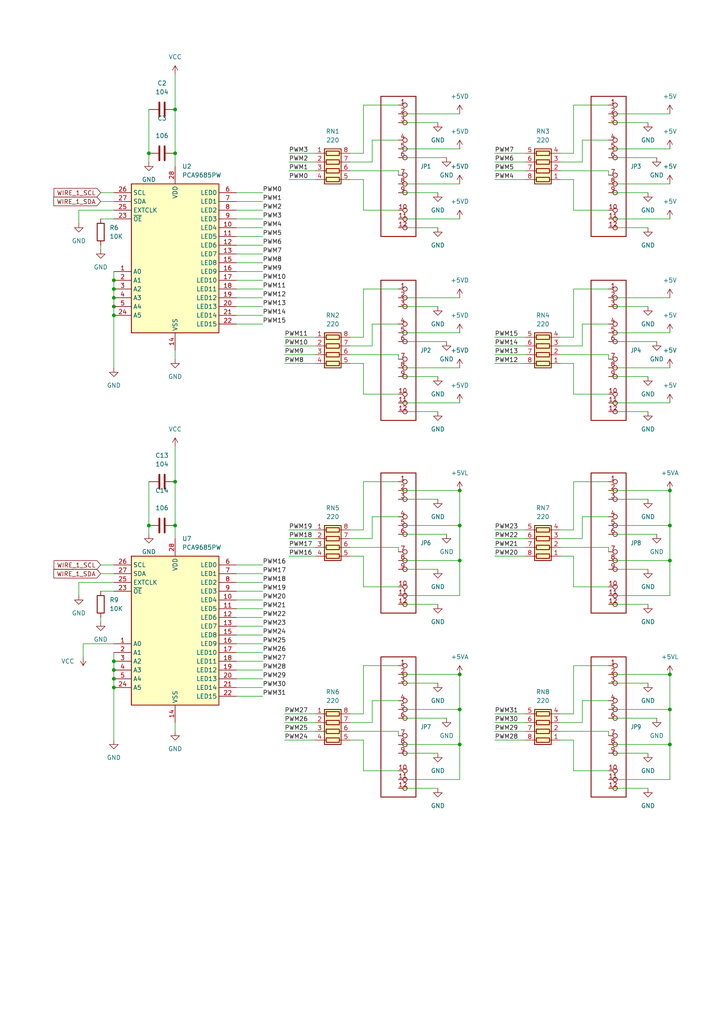
<source format=kicad_sch>
(kicad_sch (version 20211123) (generator eeschema)
  (paper "A4" portrait)
  (lib_symbols
    (symbol "Adafruit:HEADER-3X04"
      (property "Reference" "JP" (at -5.08 22.86 0))
      (property "Value" "HEADER-3X04" (at -5.08 -22.86 0))
      (symbol "HEADER-3X04_1_0"
        (polyline (pts (xy -5.08 -20.32) (xy -5.08 20.32)) (stroke (width 0.254)))
        (polyline (pts (xy -5.08 20.32) (xy 5.08 20.32)) (stroke (width 0.254)))
        (polyline (pts (xy 5.08 -20.32) (xy -5.08 -20.32)) (stroke (width 0.254)))
        (polyline (pts (xy 5.08 20.32) (xy 5.08 -20.32)) (stroke (width 0.254)))
        (pin passive inverted (at 0 17.78 0) (length 2.54) (name "1") (number "1"))
        (pin passive inverted (at 0 -12.7 0) (length 2.54) (name "10") (number "10"))
        (pin passive inverted (at 0 -15.24 0) (length 2.54) (name "11") (number "11"))
        (pin passive inverted (at 0 -17.78 0) (length 2.54) (name "12") (number "12"))
        (pin passive inverted (at 0 15.24 0) (length 2.54) (name "2") (number "2"))
        (pin passive inverted (at 0 12.7 0) (length 2.54) (name "3") (number "3"))
        (pin passive inverted (at 0 7.62 0) (length 2.54) (name "4") (number "4"))
        (pin passive inverted (at 0 5.08 0) (length 2.54) (name "5") (number "5"))
        (pin passive inverted (at 0 2.54 0) (length 2.54) (name "6") (number "6"))
        (pin passive inverted (at 0 -2.54 0) (length 2.54) (name "7") (number "7"))
        (pin passive inverted (at 0 -5.08 0) (length 2.54) (name "8") (number "8"))
        (pin passive inverted (at 0 -7.62 0) (length 2.54) (name "9") (number "9"))
      )
    )
    (symbol "Device:C" (pin_numbers hide) (pin_names (offset 0.254))
      (property "Reference" "C" (at 0.635 2.54 0))
      (property "Value" "C" (at 0.635 -2.54 0))
      (symbol "C_0_1"
        (polyline (pts (xy -2.032 -0.762) (xy 2.032 -0.762)) (stroke (width 0.508)))
        (polyline (pts (xy -2.032 0.762) (xy 2.032 0.762)) (stroke (width 0.508)))
      )
      (symbol "C_1_1"
        (pin passive line (at 0 3.81 270) (length 2.794) (name "~") (number "1"))
        (pin passive line (at 0 -3.81 90) (length 2.794) (name "~") (number "2"))
      )
    )
    (symbol "Device:R" (pin_numbers hide) (pin_names (offset 0))
      (property "Reference" "R" (at 2.032 0 90))
      (property "Value" "R" (at 0 0 90))
      (symbol "R_0_1"
        (rectangle (start -1.016 -2.54) (end 1.016 2.54) (stroke (width 0.254)))
      )
      (symbol "R_1_1"
        (pin passive line (at 0 3.81 270) (length 1.27) (name "~") (number "1"))
        (pin passive line (at 0 -3.81 90) (length 1.27) (name "~") (number "2"))
      )
    )
    (symbol "Device:R_Pack04" (pin_names (offset 0) hide)
      (property "Reference" "RN" (at -7.62 0 90))
      (property "Value" "R_Pack04" (at 5.08 0 90))
      (symbol "R_Pack04_0_1"
        (rectangle (start -6.35 -2.413) (end 3.81 2.413) (stroke (width 0.254)) (fill (type background)))
        (rectangle (start -5.715 1.905) (end -4.445 -1.905) (stroke (width 0.254)))
        (rectangle (start -3.175 1.905) (end -1.905 -1.905) (stroke (width 0.254)))
        (rectangle (start -0.635 1.905) (end 0.635 -1.905) (stroke (width 0.254)))
        (polyline (pts (xy -5.08 -2.54) (xy -5.08 -1.905)))
        (polyline (pts (xy -5.08 1.905) (xy -5.08 2.54)))
        (polyline (pts (xy -2.54 -2.54) (xy -2.54 -1.905)))
        (polyline (pts (xy -2.54 1.905) (xy -2.54 2.54)))
        (polyline (pts (xy 0 -2.54) (xy 0 -1.905)))
        (polyline (pts (xy 0 1.905) (xy 0 2.54)))
        (polyline (pts (xy 2.54 -2.54) (xy 2.54 -1.905)))
        (polyline (pts (xy 2.54 1.905) (xy 2.54 2.54)))
        (rectangle (start 1.905 1.905) (end 3.175 -1.905) (stroke (width 0.254)))
      )
      (symbol "R_Pack04_1_1"
        (pin passive line (at -5.08 -5.08 90) (length 2.54) (name "R1.1") (number "1"))
        (pin passive line (at -2.54 -5.08 90) (length 2.54) (name "R2.1") (number "2"))
        (pin passive line (at 0 -5.08 90) (length 2.54) (name "R3.1") (number "3"))
        (pin passive line (at 2.54 -5.08 90) (length 2.54) (name "R4.1") (number "4"))
        (pin passive line (at 2.54 5.08 270) (length 2.54) (name "R4.2") (number "5"))
        (pin passive line (at 0 5.08 270) (length 2.54) (name "R3.2") (number "6"))
        (pin passive line (at -2.54 5.08 270) (length 2.54) (name "R2.2") (number "7"))
        (pin passive line (at -5.08 5.08 270) (length 2.54) (name "R1.2") (number "8"))
      )
    )
    (symbol "Driver_LED:PCA9685PW"
      (property "Reference" "U" (at -12.7 22.225 0))
      (property "Value" "PCA9685PW" (at 1.27 22.225 0))
      (symbol "PCA9685PW_0_1"
        (rectangle (start -12.7 20.32) (end 12.7 -22.86) (stroke (width 0.254)) (fill (type background)))
      )
      (symbol "PCA9685PW_1_1"
        (pin input line (at -17.78 -5.08 0) (length 5.08) (name "A0") (number "1"))
        (pin output line (at 17.78 7.62 180) (length 5.08) (name "LED4") (number "10"))
        (pin output line (at 17.78 5.08 180) (length 5.08) (name "LED5") (number "11"))
        (pin output line (at 17.78 2.54 180) (length 5.08) (name "LED6") (number "12"))
        (pin output line (at 17.78 0 180) (length 5.08) (name "LED7") (number "13"))
        (pin power_in line (at 0 -27.94 90) (length 5.08) (name "VSS") (number "14"))
        (pin output line (at 17.78 -2.54 180) (length 5.08) (name "LED8") (number "15"))
        (pin output line (at 17.78 -5.08 180) (length 5.08) (name "LED9") (number "16"))
        (pin output line (at 17.78 -7.62 180) (length 5.08) (name "LED10") (number "17"))
        (pin output line (at 17.78 -10.16 180) (length 5.08) (name "LED11") (number "18"))
        (pin output line (at 17.78 -12.7 180) (length 5.08) (name "LED12") (number "19"))
        (pin input line (at -17.78 -7.62 0) (length 5.08) (name "A1") (number "2"))
        (pin output line (at 17.78 -15.24 180) (length 5.08) (name "LED13") (number "20"))
        (pin output line (at 17.78 -17.78 180) (length 5.08) (name "LED14") (number "21"))
        (pin output line (at 17.78 -20.32 180) (length 5.08) (name "LED15") (number "22"))
        (pin input line (at -17.78 10.16 0) (length 5.08) (name "~{OE}") (number "23"))
        (pin input line (at -17.78 -17.78 0) (length 5.08) (name "A5") (number "24"))
        (pin input line (at -17.78 12.7 0) (length 5.08) (name "EXTCLK") (number "25"))
        (pin input line (at -17.78 17.78 0) (length 5.08) (name "SCL") (number "26"))
        (pin bidirectional line (at -17.78 15.24 0) (length 5.08) (name "SDA") (number "27"))
        (pin power_in line (at 0 25.4 270) (length 5.08) (name "VDD") (number "28"))
        (pin input line (at -17.78 -10.16 0) (length 5.08) (name "A2") (number "3"))
        (pin input line (at -17.78 -12.7 0) (length 5.08) (name "A3") (number "4"))
        (pin input line (at -17.78 -15.24 0) (length 5.08) (name "A4") (number "5"))
        (pin output line (at 17.78 17.78 180) (length 5.08) (name "LED0") (number "6"))
        (pin output line (at 17.78 15.24 180) (length 5.08) (name "LED1") (number "7"))
        (pin output line (at 17.78 12.7 180) (length 5.08) (name "LED2") (number "8"))
        (pin output line (at 17.78 10.16 180) (length 5.08) (name "LED3") (number "9"))
      )
    )
    (symbol "power:+5V" (power) (pin_names (offset 0))
      (property "Value" "+5V" (at 0 3.556 0))
      (symbol "+5V_0_1"
        (polyline (pts (xy -0.762 1.27) (xy 0 2.54)))
        (polyline (pts (xy 0 0) (xy 0 2.54)))
        (polyline (pts (xy 0 2.54) (xy 0.762 1.27)))
      )
      (symbol "+5V_1_1"
        (pin power_in line (at 0 0 90) (length 0) hide (name "+5V") (number "1"))
      )
    )
    (symbol "power:+5VA" (power) (pin_names (offset 0))
      (property "Value" "+5VA" (at 0 3.556 0))
      (symbol "+5VA_0_1"
        (polyline (pts (xy -0.762 1.27) (xy 0 2.54)))
        (polyline (pts (xy 0 0) (xy 0 2.54)))
        (polyline (pts (xy 0 2.54) (xy 0.762 1.27)))
      )
      (symbol "+5VA_1_1"
        (pin power_in line (at 0 0 90) (length 0) hide (name "+5VA") (number "1"))
      )
    )
    (symbol "power:+5VD" (power) (pin_names (offset 0))
      (property "Value" "+5VD" (at 0 3.556 0))
      (symbol "+5VD_0_1"
        (polyline (pts (xy -0.762 1.27) (xy 0 2.54)))
        (polyline (pts (xy 0 0) (xy 0 2.54)))
        (polyline (pts (xy 0 2.54) (xy 0.762 1.27)))
      )
      (symbol "+5VD_1_1"
        (pin power_in line (at 0 0 90) (length 0) hide (name "+5VD") (number "1"))
      )
    )
    (symbol "power:+5VL" (power) (pin_names (offset 0))
      (property "Value" "+5VL" (at 0 3.556 0))
      (symbol "+5VL_0_1"
        (polyline (pts (xy -0.762 1.27) (xy 0 2.54)))
        (polyline (pts (xy 0 0) (xy 0 2.54)))
        (polyline (pts (xy 0 2.54) (xy 0.762 1.27)))
      )
      (symbol "+5VL_1_1"
        (pin power_in line (at 0 0 90) (length 0) hide (name "+5VL") (number "1"))
      )
    )
    (symbol "power:GND" (power) (pin_names (offset 0))
      (property "Value" "GND" (at 0 -3.81 0))
      (symbol "GND_0_1"
        (polyline (pts (xy 0 0) (xy 0 -1.27) (xy 1.27 -1.27) (xy 0 -2.54) (xy -1.27 -1.27) (xy 0 -1.27)))
      )
      (symbol "GND_1_1"
        (pin power_in line (at 0 0 270) (length 0) hide (name "GND") (number "1"))
      )
    )
    (symbol "power:VCC" (power) (pin_names (offset 0))
      (property "Value" "VCC" (at 0 3.81 0))
      (symbol "VCC_0_1"
        (polyline (pts (xy -0.762 1.27) (xy 0 2.54)))
        (polyline (pts (xy 0 0) (xy 0 2.54)))
        (polyline (pts (xy 0 2.54) (xy 0.762 1.27)))
      )
      (symbol "VCC_1_1"
        (pin power_in line (at 0 0 90) (length 0) hide (name "VCC") (number "1"))
      )
    )
  )
  (junction (at 194.31 152.4))
  (junction (at 50.8 44.45))
  (junction (at 33.02 191.77))
  (junction (at 33.02 91.44))
  (junction (at 133.35 152.4))
  (junction (at 33.02 83.82))
  (junction (at 194.31 215.9))
  (junction (at 133.35 205.74))
  (junction (at 50.8 152.4))
  (junction (at 194.31 162.56))
  (junction (at 50.8 31.75))
  (junction (at 50.8 139.7))
  (junction (at 33.02 81.28))
  (junction (at 43.18 44.45))
  (junction (at 33.02 86.36))
  (junction (at 33.02 196.85))
  (junction (at 133.35 215.9))
  (junction (at 194.31 205.74))
  (junction (at 194.31 195.58))
  (junction (at 43.18 152.4))
  (junction (at 133.35 142.24))
  (junction (at 33.02 88.9))
  (junction (at 33.02 199.39))
  (junction (at 133.35 162.56))
  (junction (at 133.35 195.58))
  (junction (at 33.02 194.31))
  (junction (at 194.31 142.24))
  (wire (pts (xy 101.6 156.21) (xy 107.95 156.21)))
  (wire (pts (xy 68.58 194.31) (xy 76.2 194.31)))
  (wire (pts (xy 176.53 33.02) (xy 194.31 33.02)))
  (wire (pts (xy 83.82 46.99) (xy 91.44 46.99)))
  (wire (pts (xy 168.91 156.21) (xy 168.91 149.86)))
  (wire (pts (xy 162.56 105.41) (xy 166.37 105.41)))
  (wire (pts (xy 166.37 97.79) (xy 166.37 83.82)))
  (wire (pts (xy 115.57 88.9) (xy 127 88.9)))
  (wire (pts (xy 143.51 105.41) (xy 152.4 105.41)))
  (wire (pts (xy 101.6 100.33) (xy 107.95 100.33)))
  (wire (pts (xy 166.37 60.96) (xy 176.53 60.96)))
  (wire (pts (xy 115.57 49.53) (xy 115.57 50.8)))
  (wire (pts (xy 162.56 153.67) (xy 166.37 153.67)))
  (wire (pts (xy 29.21 72.39) (xy 29.21 71.12)))
  (wire (pts (xy 176.53 195.58) (xy 194.31 195.58)))
  (wire (pts (xy 115.57 119.38) (xy 127 119.38)))
  (wire (pts (xy 68.58 184.15) (xy 76.2 184.15)))
  (wire (pts (xy 105.41 214.63) (xy 105.41 223.52)))
  (wire (pts (xy 176.53 35.56) (xy 187.96 35.56)))
  (wire (pts (xy 83.82 44.45) (xy 91.44 44.45)))
  (wire (pts (xy 166.37 223.52) (xy 176.53 223.52)))
  (wire (pts (xy 162.56 49.53) (xy 176.53 49.53)))
  (wire (pts (xy 168.91 93.98) (xy 176.53 93.98)))
  (wire (pts (xy 29.21 63.5) (xy 33.02 63.5)))
  (wire (pts (xy 168.91 100.33) (xy 168.91 93.98)))
  (wire (pts (xy 143.51 214.63) (xy 152.4 214.63)))
  (wire (pts (xy 105.41 105.41) (xy 105.41 114.3)))
  (wire (pts (xy 133.35 195.58) (xy 133.35 205.74)))
  (wire (pts (xy 115.57 175.26) (xy 127 175.26)))
  (wire (pts (xy 24.13 186.69) (xy 24.13 190.5)))
  (wire (pts (xy 68.58 81.28) (xy 76.2 81.28)))
  (wire (pts (xy 83.82 161.29) (xy 91.44 161.29)))
  (wire (pts (xy 143.51 49.53) (xy 152.4 49.53)))
  (wire (pts (xy 105.41 170.18) (xy 115.57 170.18)))
  (wire (pts (xy 162.56 100.33) (xy 168.91 100.33)))
  (wire (pts (xy 107.95 93.98) (xy 115.57 93.98)))
  (wire (pts (xy 166.37 207.01) (xy 166.37 193.04)))
  (wire (pts (xy 68.58 93.98) (xy 76.2 93.98)))
  (wire (pts (xy 105.41 207.01) (xy 105.41 193.04)))
  (wire (pts (xy 68.58 173.99) (xy 76.2 173.99)))
  (wire (pts (xy 83.82 52.07) (xy 91.44 52.07)))
  (wire (pts (xy 115.57 205.74) (xy 133.35 205.74)))
  (wire (pts (xy 107.95 149.86) (xy 115.57 149.86)))
  (wire (pts (xy 176.53 88.9) (xy 187.96 88.9)))
  (wire (pts (xy 162.56 212.09) (xy 176.53 212.09)))
  (wire (pts (xy 176.53 218.44) (xy 187.96 218.44)))
  (wire (pts (xy 105.41 139.7) (xy 115.57 139.7)))
  (wire (pts (xy 176.53 86.36) (xy 194.31 86.36)))
  (wire (pts (xy 115.57 144.78) (xy 127 144.78)))
  (wire (pts (xy 68.58 196.85) (xy 76.2 196.85)))
  (wire (pts (xy 176.53 152.4) (xy 194.31 152.4)))
  (wire (pts (xy 115.57 66.04) (xy 127 66.04)))
  (wire (pts (xy 33.02 81.28) (xy 33.02 78.74)))
  (wire (pts (xy 68.58 55.88) (xy 76.2 55.88)))
  (wire (pts (xy 176.53 208.28) (xy 190.5 208.28)))
  (wire (pts (xy 68.58 166.37) (xy 76.2 166.37)))
  (wire (pts (xy 143.51 212.09) (xy 152.4 212.09)))
  (wire (pts (xy 101.6 214.63) (xy 105.41 214.63)))
  (wire (pts (xy 29.21 180.34) (xy 29.21 179.07)))
  (wire (pts (xy 176.53 106.68) (xy 194.31 106.68)))
  (wire (pts (xy 107.95 100.33) (xy 107.95 93.98)))
  (wire (pts (xy 162.56 207.01) (xy 166.37 207.01)))
  (wire (pts (xy 176.53 43.18) (xy 194.31 43.18)))
  (wire (pts (xy 101.6 212.09) (xy 115.57 212.09)))
  (wire (pts (xy 162.56 158.75) (xy 176.53 158.75)))
  (wire (pts (xy 162.56 209.55) (xy 168.91 209.55)))
  (wire (pts (xy 115.57 172.72) (xy 133.35 172.72)))
  (wire (pts (xy 115.57 154.94) (xy 129.54 154.94)))
  (wire (pts (xy 176.53 165.1) (xy 187.96 165.1)))
  (wire (pts (xy 115.57 228.6) (xy 127 228.6)))
  (wire (pts (xy 115.57 43.18) (xy 133.35 43.18)))
  (wire (pts (xy 68.58 181.61) (xy 76.2 181.61)))
  (wire (pts (xy 176.53 198.12) (xy 187.96 198.12)))
  (wire (pts (xy 162.56 44.45) (xy 166.37 44.45)))
  (wire (pts (xy 68.58 186.69) (xy 76.2 186.69)))
  (wire (pts (xy 101.6 49.53) (xy 115.57 49.53)))
  (wire (pts (xy 43.18 46.99) (xy 43.18 44.45)))
  (wire (pts (xy 83.82 156.21) (xy 91.44 156.21)))
  (wire (pts (xy 105.41 83.82) (xy 115.57 83.82)))
  (wire (pts (xy 143.51 153.67) (xy 152.4 153.67)))
  (wire (pts (xy 33.02 60.96) (xy 22.86 60.96)))
  (wire (pts (xy 176.53 102.87) (xy 176.53 104.14)))
  (wire (pts (xy 43.18 31.75) (xy 43.18 44.45)))
  (wire (pts (xy 101.6 52.07) (xy 105.41 52.07)))
  (wire (pts (xy 101.6 158.75) (xy 115.57 158.75)))
  (wire (pts (xy 105.41 193.04) (xy 115.57 193.04)))
  (wire (pts (xy 105.41 60.96) (xy 115.57 60.96)))
  (wire (pts (xy 176.53 226.06) (xy 194.31 226.06)))
  (wire (pts (xy 176.53 109.22) (xy 187.96 109.22)))
  (wire (pts (xy 176.53 66.04) (xy 187.96 66.04)))
  (wire (pts (xy 194.31 152.4) (xy 194.31 162.56)))
  (wire (pts (xy 115.57 53.34) (xy 133.35 53.34)))
  (wire (pts (xy 68.58 63.5) (xy 76.2 63.5)))
  (wire (pts (xy 176.53 45.72) (xy 190.5 45.72)))
  (wire (pts (xy 162.56 46.99) (xy 168.91 46.99)))
  (wire (pts (xy 115.57 99.06) (xy 129.54 99.06)))
  (wire (pts (xy 68.58 71.12) (xy 76.2 71.12)))
  (wire (pts (xy 166.37 161.29) (xy 166.37 170.18)))
  (wire (pts (xy 107.95 40.64) (xy 115.57 40.64)))
  (wire (pts (xy 115.57 33.02) (xy 133.35 33.02)))
  (wire (pts (xy 29.21 166.37) (xy 33.02 166.37)))
  (wire (pts (xy 105.41 153.67) (xy 105.41 139.7)))
  (wire (pts (xy 105.41 161.29) (xy 105.41 170.18)))
  (wire (pts (xy 115.57 226.06) (xy 133.35 226.06)))
  (wire (pts (xy 33.02 214.63) (xy 33.02 199.39)))
  (wire (pts (xy 68.58 199.39) (xy 76.2 199.39)))
  (wire (pts (xy 115.57 215.9) (xy 133.35 215.9)))
  (wire (pts (xy 107.95 156.21) (xy 107.95 149.86)))
  (wire (pts (xy 162.56 97.79) (xy 166.37 97.79)))
  (wire (pts (xy 176.53 228.6) (xy 187.96 228.6)))
  (wire (pts (xy 68.58 191.77) (xy 76.2 191.77)))
  (wire (pts (xy 29.21 163.83) (xy 33.02 163.83)))
  (wire (pts (xy 33.02 199.39) (xy 33.02 196.85)))
  (wire (pts (xy 115.57 116.84) (xy 133.35 116.84)))
  (wire (pts (xy 101.6 153.67) (xy 105.41 153.67)))
  (wire (pts (xy 162.56 52.07) (xy 166.37 52.07)))
  (wire (pts (xy 33.02 186.69) (xy 24.13 186.69)))
  (wire (pts (xy 143.51 100.33) (xy 152.4 100.33)))
  (wire (pts (xy 143.51 44.45) (xy 152.4 44.45)))
  (wire (pts (xy 143.51 207.01) (xy 152.4 207.01)))
  (wire (pts (xy 50.8 152.4) (xy 50.8 156.21)))
  (wire (pts (xy 68.58 66.04) (xy 76.2 66.04)))
  (wire (pts (xy 115.57 212.09) (xy 115.57 213.36)))
  (wire (pts (xy 115.57 109.22) (xy 127 109.22)))
  (wire (pts (xy 101.6 105.41) (xy 105.41 105.41)))
  (wire (pts (xy 107.95 203.2) (xy 115.57 203.2)))
  (wire (pts (xy 43.18 139.7) (xy 43.18 152.4)))
  (wire (pts (xy 115.57 195.58) (xy 133.35 195.58)))
  (wire (pts (xy 176.53 162.56) (xy 194.31 162.56)))
  (wire (pts (xy 133.35 152.4) (xy 133.35 162.56)))
  (wire (pts (xy 33.02 88.9) (xy 33.02 86.36)))
  (wire (pts (xy 162.56 156.21) (xy 168.91 156.21)))
  (wire (pts (xy 115.57 158.75) (xy 115.57 160.02)))
  (wire (pts (xy 82.55 209.55) (xy 91.44 209.55)))
  (wire (pts (xy 101.6 209.55) (xy 107.95 209.55)))
  (wire (pts (xy 176.53 172.72) (xy 194.31 172.72)))
  (wire (pts (xy 194.31 162.56) (xy 194.31 172.72)))
  (wire (pts (xy 133.35 215.9) (xy 133.35 226.06)))
  (wire (pts (xy 50.8 104.14) (xy 50.8 101.6)))
  (wire (pts (xy 50.8 139.7) (xy 50.8 152.4)))
  (wire (pts (xy 115.57 198.12) (xy 127 198.12)))
  (wire (pts (xy 107.95 209.55) (xy 107.95 203.2)))
  (wire (pts (xy 33.02 196.85) (xy 33.02 194.31)))
  (wire (pts (xy 82.55 100.33) (xy 91.44 100.33)))
  (wire (pts (xy 166.37 30.48) (xy 176.53 30.48)))
  (wire (pts (xy 176.53 49.53) (xy 176.53 50.8)))
  (wire (pts (xy 166.37 139.7) (xy 176.53 139.7)))
  (wire (pts (xy 143.51 52.07) (xy 152.4 52.07)))
  (wire (pts (xy 115.57 218.44) (xy 127 218.44)))
  (wire (pts (xy 83.82 158.75) (xy 91.44 158.75)))
  (wire (pts (xy 115.57 35.56) (xy 127 35.56)))
  (wire (pts (xy 50.8 44.45) (xy 50.8 48.26)))
  (wire (pts (xy 176.53 215.9) (xy 194.31 215.9)))
  (wire (pts (xy 82.55 102.87) (xy 91.44 102.87)))
  (wire (pts (xy 176.53 144.78) (xy 187.96 144.78)))
  (wire (pts (xy 101.6 102.87) (xy 115.57 102.87)))
  (wire (pts (xy 115.57 106.68) (xy 133.35 106.68)))
  (wire (pts (xy 176.53 205.74) (xy 194.31 205.74)))
  (wire (pts (xy 50.8 212.09) (xy 50.8 209.55)))
  (wire (pts (xy 68.58 78.74) (xy 76.2 78.74)))
  (wire (pts (xy 176.53 119.38) (xy 187.96 119.38)))
  (wire (pts (xy 168.91 149.86) (xy 176.53 149.86)))
  (wire (pts (xy 162.56 102.87) (xy 176.53 102.87)))
  (wire (pts (xy 176.53 55.88) (xy 187.96 55.88)))
  (wire (pts (xy 33.02 106.68) (xy 33.02 91.44)))
  (wire (pts (xy 105.41 114.3) (xy 115.57 114.3)))
  (wire (pts (xy 82.55 207.01) (xy 91.44 207.01)))
  (wire (pts (xy 166.37 193.04) (xy 176.53 193.04)))
  (wire (pts (xy 68.58 60.96) (xy 76.2 60.96)))
  (wire (pts (xy 143.51 161.29) (xy 152.4 161.29)))
  (wire (pts (xy 33.02 194.31) (xy 33.02 191.77)))
  (wire (pts (xy 143.51 158.75) (xy 152.4 158.75)))
  (wire (pts (xy 115.57 96.52) (xy 133.35 96.52)))
  (wire (pts (xy 176.53 142.24) (xy 194.31 142.24)))
  (wire (pts (xy 162.56 161.29) (xy 166.37 161.29)))
  (wire (pts (xy 29.21 171.45) (xy 33.02 171.45)))
  (wire (pts (xy 166.37 105.41) (xy 166.37 114.3)))
  (wire (pts (xy 115.57 102.87) (xy 115.57 104.14)))
  (wire (pts (xy 82.55 214.63) (xy 91.44 214.63)))
  (wire (pts (xy 101.6 44.45) (xy 105.41 44.45)))
  (wire (pts (xy 115.57 86.36) (xy 133.35 86.36)))
  (wire (pts (xy 22.86 60.96) (xy 22.86 64.77)))
  (wire (pts (xy 115.57 63.5) (xy 133.35 63.5)))
  (wire (pts (xy 176.53 53.34) (xy 194.31 53.34)))
  (wire (pts (xy 176.53 63.5) (xy 194.31 63.5)))
  (wire (pts (xy 143.51 97.79) (xy 152.4 97.79)))
  (wire (pts (xy 115.57 45.72) (xy 129.54 45.72)))
  (wire (pts (xy 143.51 102.87) (xy 152.4 102.87)))
  (wire (pts (xy 194.31 215.9) (xy 194.31 226.06)))
  (wire (pts (xy 166.37 170.18) (xy 176.53 170.18)))
  (wire (pts (xy 101.6 161.29) (xy 105.41 161.29)))
  (wire (pts (xy 33.02 168.91) (xy 22.86 168.91)))
  (wire (pts (xy 29.21 58.42) (xy 33.02 58.42)))
  (wire (pts (xy 115.57 208.28) (xy 129.54 208.28)))
  (wire (pts (xy 176.53 212.09) (xy 176.53 213.36)))
  (wire (pts (xy 176.53 96.52) (xy 194.31 96.52)))
  (wire (pts (xy 68.58 168.91) (xy 76.2 168.91)))
  (wire (pts (xy 162.56 214.63) (xy 166.37 214.63)))
  (wire (pts (xy 176.53 158.75) (xy 176.53 160.02)))
  (wire (pts (xy 107.95 46.99) (xy 107.95 40.64)))
  (wire (pts (xy 33.02 86.36) (xy 33.02 83.82)))
  (wire (pts (xy 101.6 207.01) (xy 105.41 207.01)))
  (wire (pts (xy 115.57 152.4) (xy 133.35 152.4)))
  (wire (pts (xy 68.58 171.45) (xy 76.2 171.45)))
  (wire (pts (xy 68.58 68.58) (xy 76.2 68.58)))
  (wire (pts (xy 115.57 162.56) (xy 133.35 162.56)))
  (wire (pts (xy 68.58 189.23) (xy 76.2 189.23)))
  (wire (pts (xy 68.58 76.2) (xy 76.2 76.2)))
  (wire (pts (xy 143.51 209.55) (xy 152.4 209.55)))
  (wire (pts (xy 105.41 30.48) (xy 115.57 30.48)))
  (wire (pts (xy 105.41 44.45) (xy 105.41 30.48)))
  (wire (pts (xy 176.53 175.26) (xy 187.96 175.26)))
  (wire (pts (xy 143.51 46.99) (xy 152.4 46.99)))
  (wire (pts (xy 166.37 114.3) (xy 176.53 114.3)))
  (wire (pts (xy 194.31 205.74) (xy 194.31 215.9)))
  (wire (pts (xy 166.37 153.67) (xy 166.37 139.7)))
  (wire (pts (xy 168.91 46.99) (xy 168.91 40.64)))
  (wire (pts (xy 101.6 46.99) (xy 107.95 46.99)))
  (wire (pts (xy 133.35 162.56) (xy 133.35 172.72)))
  (wire (pts (xy 115.57 142.24) (xy 133.35 142.24)))
  (wire (pts (xy 168.91 203.2) (xy 176.53 203.2)))
  (wire (pts (xy 82.55 97.79) (xy 91.44 97.79)))
  (wire (pts (xy 105.41 52.07) (xy 105.41 60.96)))
  (wire (pts (xy 68.58 179.07) (xy 76.2 179.07)))
  (wire (pts (xy 68.58 73.66) (xy 76.2 73.66)))
  (wire (pts (xy 33.02 83.82) (xy 33.02 81.28)))
  (wire (pts (xy 166.37 214.63) (xy 166.37 223.52)))
  (wire (pts (xy 68.58 176.53) (xy 76.2 176.53)))
  (wire (pts (xy 68.58 88.9) (xy 76.2 88.9)))
  (wire (pts (xy 83.82 153.67) (xy 91.44 153.67)))
  (wire (pts (xy 105.41 223.52) (xy 115.57 223.52)))
  (wire (pts (xy 50.8 31.75) (xy 50.8 44.45)))
  (wire (pts (xy 143.51 156.21) (xy 152.4 156.21)))
  (wire (pts (xy 176.53 116.84) (xy 194.31 116.84)))
  (wire (pts (xy 68.58 83.82) (xy 76.2 83.82)))
  (wire (pts (xy 68.58 58.42) (xy 76.2 58.42)))
  (wire (pts (xy 68.58 86.36) (xy 76.2 86.36)))
  (wire (pts (xy 50.8 129.54) (xy 50.8 139.7)))
  (wire (pts (xy 43.18 154.94) (xy 43.18 152.4)))
  (wire (pts (xy 166.37 44.45) (xy 166.37 30.48)))
  (wire (pts (xy 115.57 55.88) (xy 127 55.88)))
  (wire (pts (xy 82.55 212.09) (xy 91.44 212.09)))
  (wire (pts (xy 176.53 154.94) (xy 190.5 154.94)))
  (wire (pts (xy 176.53 99.06) (xy 190.5 99.06)))
  (wire (pts (xy 22.86 168.91) (xy 22.86 172.72)))
  (wire (pts (xy 33.02 191.77) (xy 33.02 189.23)))
  (wire (pts (xy 68.58 201.93) (xy 76.2 201.93)))
  (wire (pts (xy 133.35 142.24) (xy 133.35 152.4)))
  (wire (pts (xy 166.37 52.07) (xy 166.37 60.96)))
  (wire (pts (xy 50.8 21.59) (xy 50.8 31.75)))
  (wire (pts (xy 194.31 142.24) (xy 194.31 152.4)))
  (wire (pts (xy 168.91 209.55) (xy 168.91 203.2)))
  (wire (pts (xy 82.55 105.41) (xy 91.44 105.41)))
  (wire (pts (xy 105.41 97.79) (xy 105.41 83.82)))
  (wire (pts (xy 194.31 195.58) (xy 194.31 205.74)))
  (wire (pts (xy 83.82 49.53) (xy 91.44 49.53)))
  (wire (pts (xy 168.91 40.64) (xy 176.53 40.64)))
  (wire (pts (xy 133.35 205.74) (xy 133.35 215.9)))
  (wire (pts (xy 68.58 163.83) (xy 76.2 163.83)))
  (wire (pts (xy 166.37 83.82) (xy 176.53 83.82)))
  (wire (pts (xy 29.21 55.88) (xy 33.02 55.88)))
  (wire (pts (xy 68.58 91.44) (xy 76.2 91.44)))
  (wire (pts (xy 115.57 165.1) (xy 127 165.1)))
  (wire (pts (xy 101.6 97.79) (xy 105.41 97.79)))
  (wire (pts (xy 33.02 91.44) (xy 33.02 88.9)))
  (label "PWM23" (at 143.51 153.67 0))
  (label "PWM29" (at 76.2 196.85 0))
  (label "PWM30" (at 143.51 209.55 0))
  (label "PWM4" (at 76.2 66.04 0))
  (label "PWM24" (at 76.2 184.15 0))
  (label "PWM23" (at 76.2 181.61 0))
  (label "PWM25" (at 76.2 186.69 0))
  (label "PWM1" (at 83.82 49.53 0))
  (label "PWM11" (at 82.55 97.79 0))
  (label "PWM22" (at 76.2 179.07 0))
  (label "PWM21" (at 76.2 176.53 0))
  (label "PWM0" (at 83.82 52.07 0))
  (label "PWM4" (at 143.51 52.07 0))
  (label "PWM28" (at 76.2 194.31 0))
  (label "PWM24" (at 82.55 214.63 0))
  (label "PWM21" (at 143.51 158.75 0))
  (label "PWM15" (at 143.51 97.79 0))
  (label "PWM14" (at 143.51 100.33 0))
  (label "PWM3" (at 83.82 44.45 0))
  (label "PWM6" (at 143.51 46.99 0))
  (label "PWM29" (at 143.51 212.09 0))
  (label "PWM8" (at 76.2 76.2 0))
  (label "PWM31" (at 143.51 207.01 0))
  (label "PWM0" (at 76.2 55.88 0))
  (label "PWM6" (at 76.2 71.12 0))
  (label "PWM25" (at 82.55 212.09 0))
  (label "PWM26" (at 76.2 189.23 0))
  (label "PWM7" (at 143.51 44.45 0))
  (label "PWM11" (at 76.2 83.82 0))
  (label "PWM9" (at 82.55 102.87 0))
  (label "PWM28" (at 143.51 214.63 0))
  (label "PWM17" (at 83.82 158.75 0))
  (label "PWM14" (at 76.2 91.44 0))
  (label "PWM18" (at 76.2 168.91 0))
  (label "PWM10" (at 82.55 100.33 0))
  (label "PWM12" (at 76.2 86.36 0))
  (label "PWM13" (at 143.51 102.87 0))
  (label "PWM19" (at 83.82 153.67 0))
  (label "PWM5" (at 143.51 49.53 0))
  (label "PWM16" (at 76.2 163.83 0))
  (label "PWM20" (at 76.2 173.99 0))
  (label "PWM10" (at 76.2 81.28 0))
  (label "PWM16" (at 83.82 161.29 0))
  (label "PWM26" (at 82.55 209.55 0))
  (label "PWM22" (at 143.51 156.21 0))
  (label "PWM17" (at 76.2 166.37 0))
  (label "PWM9" (at 76.2 78.74 0))
  (label "PWM13" (at 76.2 88.9 0))
  (label "PWM7" (at 76.2 73.66 0))
  (label "PWM1" (at 76.2 58.42 0))
  (label "PWM12" (at 143.51 105.41 0))
  (label "PWM5" (at 76.2 68.58 0))
  (label "PWM8" (at 82.55 105.41 0))
  (label "PWM31" (at 76.2 201.93 0))
  (label "PWM2" (at 76.2 60.96 0))
  (label "PWM27" (at 82.55 207.01 0))
  (label "PWM20" (at 143.51 161.29 0))
  (label "PWM3" (at 76.2 63.5 0))
  (label "PWM18" (at 83.82 156.21 0))
  (label "PWM30" (at 76.2 199.39 0))
  (label "PWM15" (at 76.2 93.98 0))
  (label "PWM27" (at 76.2 191.77 0))
  (label "PWM19" (at 76.2 171.45 0))
  (label "PWM2" (at 83.82 46.99 0))
  (global_label "WIRE_1_SDA" (shape input) (at 29.21 166.37 180) (property "Intersheet References" "${INTERSHEET_REFS}" (effects hide)))
  (global_label "WIRE_1_SCL" (shape input) (at 29.21 163.83 180) (property "Intersheet References" "${INTERSHEET_REFS}" (effects hide)))
  (global_label "WIRE_1_SCL" (shape input) (at 29.21 55.88 180) (property "Intersheet References" "${INTERSHEET_REFS}" (effects hide)))
  (global_label "WIRE_1_SDA" (shape input) (at 29.21 58.42 180) (property "Intersheet References" "${INTERSHEET_REFS}" (effects hide)))
  (symbol (lib_id "power:GND") (at 43.18 46.99 0) (unit 1)
    (property "Reference" "#PWR0151" (effects hide))
    (property "Value" "GND" (at 43.18 52.07 0))
  )
  (symbol (lib_id "power:+5V") (at 194.31 106.68 0) (unit 1)
    (property "Reference" "#PWR0146" (effects hide))
    (property "Value" "+5V" (at 194.31 101.6 0))
  )
  (symbol (lib_id "power:GND") (at 187.96 109.22 0) (unit 1)
    (property "Reference" "#PWR0141" (effects hide))
    (property "Value" "GND" (at 187.96 114.3 0))
  )
  (symbol (lib_id "power:GND") (at 127 55.88 0) (unit 1)
    (property "Reference" "#PWR0140" (effects hide))
    (property "Value" "GND" (at 127 60.96 0))
  )
  (symbol (lib_id "Adafruit:HEADER-3X04") (at 176.53 48.26 0) (unit 1)
    (property "Reference" "JP3" (at 182.88 48.2599 0) (effects (font (size 1.27 1.0795)) (justify left)))
    (property "Value" "HEADER-3X04" (effects hide))
    (property "Footprint" "Adafruit:3X04" (effects hide))
  )
  (symbol (lib_id "power:+5VA") (at 194.31 142.24 0) (unit 1)
    (property "Reference" "#PWR0171" (effects hide))
    (property "Value" "+5VA" (at 194.31 137.16 0))
  )
  (symbol (lib_id "power:GND") (at 33.02 106.68 0) (unit 1)
    (property "Reference" "#PWR0152" (effects hide))
    (property "Value" "GND" (at 33.02 111.76 0))
  )
  (symbol (lib_id "power:+5V") (at 194.31 86.36 0) (unit 1)
    (property "Reference" "#PWR0142" (effects hide))
    (property "Value" "+5V" (at 194.31 81.28 0))
  )
  (symbol (lib_id "power:GND") (at 50.8 104.14 0) (unit 1)
    (property "Reference" "#PWR0153" (effects hide))
    (property "Value" "GND" (at 50.8 109.22 0))
  )
  (symbol (lib_id "power:GND") (at 187.96 228.6 0) (unit 1)
    (property "Reference" "#PWR0183" (effects hide))
    (property "Value" "GND" (at 187.96 233.68 0))
  )
  (symbol (lib_id "power:+5VD") (at 133.35 53.34 0) (unit 1)
    (property "Reference" "#PWR0138" (effects hide))
    (property "Value" "+5VD" (at 133.35 48.26 0))
  )
  (symbol (lib_id "power:GND") (at 187.96 165.1 0) (unit 1)
    (property "Reference" "#PWR0186" (effects hide))
    (property "Value" "GND" (at 187.96 170.18 0))
  )
  (symbol (lib_id "power:GND") (at 187.96 55.88 0) (unit 1)
    (property "Reference" "#PWR0122" (effects hide))
    (property "Value" "GND" (at 187.96 60.96 0))
  )
  (symbol (lib_id "Adafruit:HEADER-3X04") (at 115.57 101.6 0) (unit 1)
    (property "Reference" "JP2" (at 121.92 101.5999 0) (effects (font (size 1.27 1.0795)) (justify left)))
    (property "Value" "HEADER-3X04" (effects hide))
    (property "Footprint" "Adafruit:3X04" (effects hide))
  )
  (symbol (lib_id "power:+5VD") (at 133.35 33.02 0) (unit 1)
    (property "Reference" "#PWR0134" (effects hide))
    (property "Value" "+5VD" (at 133.35 27.94 0))
  )
  (symbol (lib_id "power:+5V") (at 194.31 63.5 0) (unit 1)
    (property "Reference" "#PWR0121" (effects hide))
    (property "Value" "+5V" (at 194.31 58.42 0))
  )
  (symbol (lib_id "power:GND") (at 127 119.38 0) (unit 1)
    (property "Reference" "#PWR0129" (effects hide))
    (property "Value" "GND" (at 127 124.46 0))
  )
  (symbol (lib_id "power:+5VL") (at 194.31 195.58 0) (unit 1)
    (property "Reference" "#PWR0169" (effects hide))
    (property "Value" "+5VL" (at 194.31 190.5 0))
  )
  (symbol (lib_id "power:GND") (at 129.54 99.06 0) (unit 1)
    (property "Reference" "#PWR0125" (effects hide))
    (property "Value" "GND" (at 129.54 104.14 0))
  )
  (symbol (lib_id "power:GND") (at 127 66.04 0) (unit 1)
    (property "Reference" "#PWR0136" (effects hide))
    (property "Value" "GND" (at 127 71.12 0))
  )
  (symbol (lib_id "power:GND") (at 50.8 212.09 0) (unit 1)
    (property "Reference" "#PWR0161" (effects hide))
    (property "Value" "GND" (at 50.8 217.17 0))
  )
  (symbol (lib_id "Device:C") (at 46.99 31.75 270) (unit 1)
    (property "Reference" "C2" (at 46.99 24.13 90))
    (property "Value" "104" (at 46.99 26.67 90))
    (property "Footprint" "Capacitor_SMD:C_1206_3216Metric_Pad1.33x1.80mm_HandSolder" (effects hide))
  )
  (symbol (lib_id "power:VCC") (at 50.8 21.59 0) (unit 1)
    (property "Reference" "#PWR0148" (effects hide))
    (property "Value" "VCC" (at 50.8 16.51 0))
  )
  (symbol (lib_id "power:GND") (at 127 175.26 0) (unit 1)
    (property "Reference" "#PWR0175" (effects hide))
    (property "Value" "GND" (at 127 180.34 0))
  )
  (symbol (lib_id "power:GND") (at 187.96 119.38 0) (unit 1)
    (property "Reference" "#PWR0127" (effects hide))
    (property "Value" "GND" (at 187.96 124.46 0))
  )
  (symbol (lib_id "Device:R_Pack04") (at 96.52 102.87 270) (unit 1)
    (property "Reference" "RN2" (at 96.52 91.44 90))
    (property "Value" "220" (at 96.52 93.98 90))
    (property "Footprint" "Resistor_SMD:R_Array_Concave_4x0603" (effects hide))
  )
  (symbol (lib_id "Device:R_Pack04") (at 157.48 156.21 90) (unit 1)
    (property "Reference" "RN7" (at 157.48 147.32 90))
    (property "Value" "220" (at 157.48 149.86 90))
    (property "Footprint" "Resistor_SMD:R_Array_Concave_4x0603" (effects hide))
  )
  (symbol (lib_id "power:GND") (at 29.21 72.39 0) (unit 1)
    (property "Reference" "#PWR0150" (effects hide))
    (property "Value" "GND" (at 29.21 77.47 0))
  )
  (symbol (lib_id "power:VCC") (at 24.13 190.5 0) (mirror x) (unit 1)
    (property "Reference" "#PWR0192" (effects hide))
    (property "Value" "VCC" (at 21.59 191.7699 0) (effects (justify right)))
  )
  (symbol (lib_id "power:+5VD") (at 133.35 106.68 0) (unit 1)
    (property "Reference" "#PWR0124" (effects hide))
    (property "Value" "+5VD" (at 133.35 101.6 0))
  )
  (symbol (lib_id "power:+5VD") (at 133.35 116.84 0) (unit 1)
    (property "Reference" "#PWR0128" (effects hide))
    (property "Value" "+5VD" (at 133.35 111.76 0))
  )
  (symbol (lib_id "power:GND") (at 127 144.78 0) (unit 1)
    (property "Reference" "#PWR0168" (effects hide))
    (property "Value" "GND" (at 127 149.86 0))
  )
  (symbol (lib_id "Device:C") (at 46.99 139.7 270) (unit 1)
    (property "Reference" "C13" (at 46.99 132.08 90))
    (property "Value" "104" (at 46.99 134.62 90))
    (property "Footprint" "Capacitor_SMD:C_1206_3216Metric_Pad1.33x1.80mm_HandSolder" (effects hide))
  )
  (symbol (lib_id "power:GND") (at 127 218.44 0) (unit 1)
    (property "Reference" "#PWR0156" (effects hide))
    (property "Value" "GND" (at 127 223.52 0))
  )
  (symbol (lib_id "power:GND") (at 190.5 45.72 0) (unit 1)
    (property "Reference" "#PWR0120" (effects hide))
    (property "Value" "GND" (at 190.5 50.8 0))
  )
  (symbol (lib_id "power:+5V") (at 194.31 43.18 0) (unit 1)
    (property "Reference" "#PWR0116" (effects hide))
    (property "Value" "+5V" (at 194.31 38.1 0))
  )
  (symbol (lib_id "Device:R") (at 29.21 67.31 0) (unit 1)
    (property "Reference" "R6" (at 31.75 66.0399 0) (effects (justify left)))
    (property "Value" "10K" (at 31.75 68.5799 0) (effects (justify left)))
    (property "Footprint" "Resistor_SMD:R_1206_3216Metric_Pad1.30x1.75mm_HandSolder" (effects hide))
  )
  (symbol (lib_id "Device:R") (at 29.21 175.26 0) (unit 1)
    (property "Reference" "R9" (at 31.75 173.9899 0) (effects (justify left)))
    (property "Value" "10K" (at 31.75 176.5299 0) (effects (justify left)))
    (property "Footprint" "Resistor_SMD:R_1206_3216Metric_Pad1.30x1.75mm_HandSolder" (effects hide))
  )
  (symbol (lib_id "power:GND") (at 127 88.9 0) (unit 1)
    (property "Reference" "#PWR0131" (effects hide))
    (property "Value" "GND" (at 127 93.98 0))
  )
  (symbol (lib_id "power:GND") (at 33.02 214.63 0) (unit 1)
    (property "Reference" "#PWR0160" (effects hide))
    (property "Value" "GND" (at 33.02 219.71 0))
  )
  (symbol (lib_id "power:GND") (at 43.18 154.94 0) (unit 1)
    (property "Reference" "#PWR0159" (effects hide))
    (property "Value" "GND" (at 43.18 160.02 0))
  )
  (symbol (lib_id "Adafruit:HEADER-3X04") (at 176.53 157.48 0) (unit 1)
    (property "Reference" "JP8" (at 182.88 157.4799 0) (effects (font (size 1.27 1.0795)) (justify left)))
    (property "Value" "HEADER-3X04" (effects hide))
    (property "Footprint" "Adafruit:3X04" (effects hide))
  )
  (symbol (lib_id "power:GND") (at 187.96 35.56 0) (unit 1)
    (property "Reference" "#PWR0118" (effects hide))
    (property "Value" "GND" (at 187.96 40.64 0))
  )
  (symbol (lib_id "power:GND") (at 129.54 208.28 0) (unit 1)
    (property "Reference" "#PWR0158" (effects hide))
    (property "Value" "GND" (at 129.54 213.36 0))
  )
  (symbol (lib_id "power:+5VD") (at 133.35 86.36 0) (unit 1)
    (property "Reference" "#PWR0130" (effects hide))
    (property "Value" "+5VD" (at 133.35 81.28 0))
  )
  (symbol (lib_id "power:GND") (at 127 165.1 0) (unit 1)
    (property "Reference" "#PWR0174" (effects hide))
    (property "Value" "GND" (at 127 170.18 0))
  )
  (symbol (lib_id "power:+5VD") (at 133.35 96.52 0) (unit 1)
    (property "Reference" "#PWR0132" (effects hide))
    (property "Value" "+5VD" (at 133.35 91.44 0))
  )
  (symbol (lib_id "power:GND") (at 190.5 208.28 0) (unit 1)
    (property "Reference" "#PWR0179" (effects hide))
    (property "Value" "GND" (at 190.5 213.36 0))
  )
  (symbol (lib_id "power:GND") (at 187.96 88.9 0) (unit 1)
    (property "Reference" "#PWR0147" (effects hide))
    (property "Value" "GND" (at 187.96 93.98 0))
  )
  (symbol (lib_id "power:GND") (at 187.96 198.12 0) (unit 1)
    (property "Reference" "#PWR0177" (effects hide))
    (property "Value" "GND" (at 187.96 203.2 0))
  )
  (symbol (lib_id "power:GND") (at 129.54 154.94 0) (unit 1)
    (property "Reference" "#PWR0173" (effects hide))
    (property "Value" "GND" (at 129.54 160.02 0))
  )
  (symbol (lib_id "power:+5V") (at 194.31 53.34 0) (unit 1)
    (property "Reference" "#PWR0119" (effects hide))
    (property "Value" "+5V" (at 194.31 48.26 0))
  )
  (symbol (lib_id "power:GND") (at 187.96 218.44 0) (unit 1)
    (property "Reference" "#PWR0182" (effects hide))
    (property "Value" "GND" (at 187.96 223.52 0))
  )
  (symbol (lib_id "Device:R_Pack04") (at 96.52 158.75 270) (unit 1)
    (property "Reference" "RN5" (at 96.52 147.32 90))
    (property "Value" "220" (at 96.52 149.86 90))
    (property "Footprint" "Resistor_SMD:R_Array_Concave_4x0603" (effects hide))
  )
  (symbol (lib_id "power:+5VD") (at 133.35 43.18 0) (unit 1)
    (property "Reference" "#PWR0135" (effects hide))
    (property "Value" "+5VD" (at 133.35 38.1 0))
  )
  (symbol (lib_id "Adafruit:HEADER-3X04") (at 176.53 210.82 0) (unit 1)
    (property "Reference" "JP9" (at 182.88 210.8199 0) (effects (font (size 1.27 1.0795)) (justify left)))
    (property "Value" "HEADER-3X04" (effects hide))
    (property "Footprint" "Adafruit:3X04" (effects hide))
  )
  (symbol (lib_id "power:GND") (at 127 109.22 0) (unit 1)
    (property "Reference" "#PWR0126" (effects hide))
    (property "Value" "GND" (at 127 114.3 0))
  )
  (symbol (lib_id "power:GND") (at 187.96 175.26 0) (unit 1)
    (property "Reference" "#PWR0185" (effects hide))
    (property "Value" "GND" (at 187.96 180.34 0))
  )
  (symbol (lib_id "power:GND") (at 190.5 99.06 0) (unit 1)
    (property "Reference" "#PWR0144" (effects hide))
    (property "Value" "GND" (at 190.5 104.14 0))
  )
  (symbol (lib_id "Adafruit:HEADER-3X04") (at 115.57 48.26 0) (unit 1)
    (property "Reference" "JP1" (at 121.92 48.2599 0) (effects (font (size 1.27 1.0795)) (justify left)))
    (property "Value" "HEADER-3X04" (effects hide))
    (property "Footprint" "Adafruit:3X04" (effects hide))
  )
  (symbol (lib_id "power:GND") (at 127 228.6 0) (unit 1)
    (property "Reference" "#PWR0155" (effects hide))
    (property "Value" "GND" (at 127 233.68 0))
  )
  (symbol (lib_id "Driver_LED:PCA9685PW") (at 50.8 73.66 0) (unit 1)
    (property "Reference" "U2" (at 52.8194 48.26 0) (effects (justify left)))
    (property "Value" "PCA9685PW" (at 52.8194 50.8 0) (effects (justify left)))
    (property "Footprint" "Package_SO:TSSOP-28_4.4x9.7mm_P0.65mm" (effects hide))
    (property "Datasheet" "http://www.nxp.com/documents/data_sheet/PCA9685.pdf" (effects hide))
  )
  (symbol (lib_id "Adafruit:HEADER-3X04") (at 115.57 210.82 0) (unit 1)
    (property "Reference" "JP7" (at 121.92 210.8199 0) (effects (font (size 1.27 1.0795)) (justify left)))
    (property "Value" "HEADER-3X04" (effects hide))
    (property "Footprint" "Adafruit:3X04" (effects hide))
  )
  (symbol (lib_id "power:+5VL") (at 133.35 142.24 0) (unit 1)
    (property "Reference" "#PWR0170" (effects hide))
    (property "Value" "+5VL" (at 133.35 137.16 0))
  )
  (symbol (lib_id "Adafruit:HEADER-3X04") (at 115.57 157.48 0) (unit 1)
    (property "Reference" "JP6" (at 121.92 157.4799 0) (effects (font (size 1.27 1.0795)) (justify left)))
    (property "Value" "HEADER-3X04" (effects hide))
    (property "Footprint" "Adafruit:3X04" (effects hide))
  )
  (symbol (lib_id "power:+5V") (at 194.31 33.02 0) (unit 1)
    (property "Reference" "#PWR0117" (effects hide))
    (property "Value" "+5V" (at 194.31 27.94 0))
  )
  (symbol (lib_id "Device:C") (at 46.99 44.45 90) (unit 1)
    (property "Reference" "C3" (at 46.99 34.29 90))
    (property "Value" "106" (at 46.99 39.37 90))
    (property "Footprint" "Capacitor_SMD:C_1210_3225Metric_Pad1.33x2.70mm_HandSolder" (effects hide))
  )
  (symbol (lib_id "power:GND") (at 127 198.12 0) (unit 1)
    (property "Reference" "#PWR0165" (effects hide))
    (property "Value" "GND" (at 127 203.2 0))
  )
  (symbol (lib_id "power:GND") (at 22.86 64.77 0) (unit 1)
    (property "Reference" "#PWR0149" (effects hide))
    (property "Value" "GND" (at 22.86 69.85 0))
  )
  (symbol (lib_id "power:GND") (at 187.96 144.78 0) (unit 1)
    (property "Reference" "#PWR0189" (effects hide))
    (property "Value" "GND" (at 187.96 149.86 0))
  )
  (symbol (lib_id "Device:R_Pack04") (at 157.48 209.55 90) (unit 1)
    (property "Reference" "RN8" (at 157.48 200.66 90))
    (property "Value" "220" (at 157.48 203.2 90))
    (property "Footprint" "Resistor_SMD:R_Array_Concave_4x0603" (effects hide))
  )
  (symbol (lib_id "power:GND") (at 22.86 172.72 0) (unit 1)
    (property "Reference" "#PWR0163" (effects hide))
    (property "Value" "GND" (at 22.86 177.8 0))
  )
  (symbol (lib_id "Adafruit:HEADER-3X04") (at 176.53 101.6 0) (unit 1)
    (property "Reference" "JP4" (at 182.88 101.5999 0) (effects (font (size 1.27 1.0795)) (justify left)))
    (property "Value" "HEADER-3X04" (effects hide))
    (property "Footprint" "Adafruit:3X04" (effects hide))
  )
  (symbol (lib_id "Device:R_Pack04") (at 157.48 100.33 90) (unit 1)
    (property "Reference" "RN4" (at 157.48 91.44 90))
    (property "Value" "220" (at 157.48 93.98 90))
    (property "Footprint" "Resistor_SMD:R_Array_Concave_4x0603" (effects hide))
  )
  (symbol (lib_id "power:+5VA") (at 133.35 195.58 0) (unit 1)
    (property "Reference" "#PWR0167" (effects hide))
    (property "Value" "+5VA" (at 133.35 190.5 0))
  )
  (symbol (lib_id "Device:R_Pack04") (at 96.52 212.09 270) (unit 1)
    (property "Reference" "RN6" (at 96.52 200.66 90))
    (property "Value" "220" (at 96.52 203.2 90))
    (property "Footprint" "Resistor_SMD:R_Array_Concave_4x0603" (effects hide))
  )
  (symbol (lib_id "power:GND") (at 129.54 45.72 0) (unit 1)
    (property "Reference" "#PWR0137" (effects hide))
    (property "Value" "GND" (at 129.54 50.8 0))
  )
  (symbol (lib_id "Driver_LED:PCA9685PW") (at 50.8 181.61 0) (unit 1)
    (property "Reference" "U7" (at 52.8194 156.21 0) (effects (justify left)))
    (property "Value" "PCA9685PW" (at 52.8194 158.75 0) (effects (justify left)))
    (property "Footprint" "Package_SO:TSSOP-28_4.4x9.7mm_P0.65mm" (effects hide))
    (property "Datasheet" "http://www.nxp.com/documents/data_sheet/PCA9685.pdf" (effects hide))
  )
  (symbol (lib_id "power:GND") (at 127 35.56 0) (unit 1)
    (property "Reference" "#PWR0133" (effects hide))
    (property "Value" "GND" (at 127 40.64 0))
  )
  (symbol (lib_id "Device:R_Pack04") (at 96.52 49.53 270) (unit 1)
    (property "Reference" "RN1" (at 96.52 38.1 90))
    (property "Value" "220" (at 96.52 40.64 90))
    (property "Footprint" "Resistor_SMD:R_Array_Concave_4x0603" (effects hide))
  )
  (symbol (lib_id "Device:C") (at 46.99 152.4 90) (unit 1)
    (property "Reference" "C14" (at 46.99 142.24 90))
    (property "Value" "106" (at 46.99 147.32 90))
    (property "Footprint" "Capacitor_SMD:C_1210_3225Metric_Pad1.33x2.70mm_HandSolder" (effects hide))
  )
  (symbol (lib_id "Device:R_Pack04") (at 157.48 46.99 90) (unit 1)
    (property "Reference" "RN3" (at 157.48 38.1 90))
    (property "Value" "220" (at 157.48 40.64 90))
    (property "Footprint" "Resistor_SMD:R_Array_Concave_4x0603" (effects hide))
  )
  (symbol (lib_id "power:GND") (at 29.21 180.34 0) (unit 1)
    (property "Reference" "#PWR0162" (effects hide))
    (property "Value" "GND" (at 29.21 185.42 0))
  )
  (symbol (lib_id "power:+5VD") (at 133.35 63.5 0) (unit 1)
    (property "Reference" "#PWR0139" (effects hide))
    (property "Value" "+5VD" (at 133.35 58.42 0))
  )
  (symbol (lib_id "power:+5V") (at 194.31 96.52 0) (unit 1)
    (property "Reference" "#PWR0143" (effects hide))
    (property "Value" "+5V" (at 194.31 91.44 0))
  )
  (symbol (lib_id "power:GND") (at 187.96 66.04 0) (unit 1)
    (property "Reference" "#PWR0123" (effects hide))
    (property "Value" "GND" (at 187.96 71.12 0))
  )
  (symbol (lib_id "power:+5V") (at 194.31 116.84 0) (unit 1)
    (property "Reference" "#PWR0145" (effects hide))
    (property "Value" "+5V" (at 194.31 111.76 0))
  )
  (symbol (lib_id "power:VCC") (at 50.8 129.54 0) (unit 1)
    (property "Reference" "#PWR0164" (effects hide))
    (property "Value" "VCC" (at 50.8 124.46 0))
  )
  (symbol (lib_id "power:GND") (at 190.5 154.94 0) (unit 1)
    (property "Reference" "#PWR0190" (effects hide))
    (property "Value" "GND" (at 190.5 160.02 0))
  )
)
</source>
